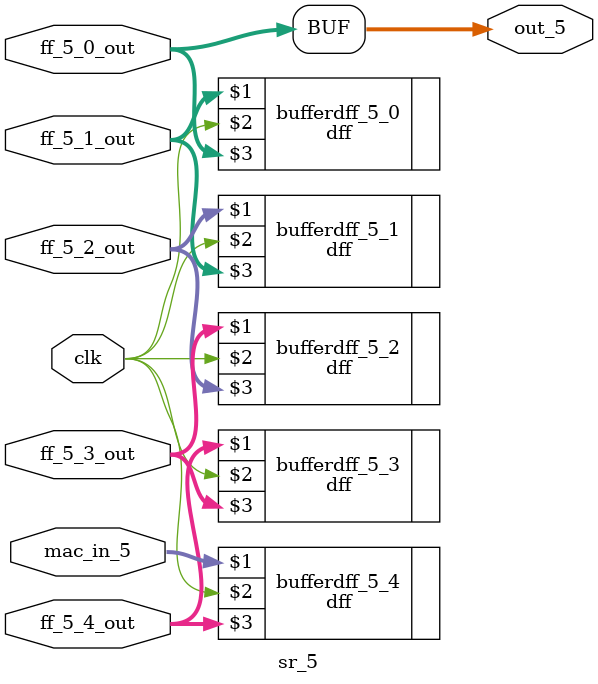
<source format=v>
module sr_5 (mac_in_5, ff_5_4_out, ff_5_3_out, ff_5_2_out, ff_5_1_out, ff_5_0_out, clk, out_5);

	input				[18:0] mac_in_5;
	input 				[18:0] ff_5_4_out, ff_5_3_out, ff_5_2_out, ff_5_1_out, ff_5_0_out;
	input				clk;
	
	output			[18:0]	out_5;
	
	
	dff			bufferdff_5_4(mac_in_5, clk, ff_5_4_out);
	dff    		bufferdff_5_3(ff_5_4_out, clk, ff_5_3_out);
	dff			bufferdff_5_2(ff_5_3_out, clk, ff_5_2_out);
	dff			bufferdff_5_1(ff_5_2_out, clk, ff_5_1_out);
	dff			bufferdff_5_0(ff_5_1_out, clk, ff_5_0_out);
	
	
	assign out_5 = ff_5_0_out;
	
	
endmodule
</source>
